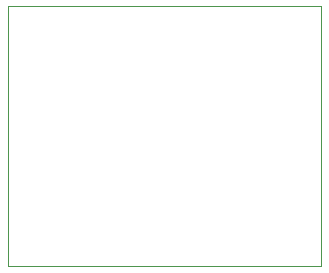
<source format=gbr>
G04 #@! TF.GenerationSoftware,KiCad,Pcbnew,5.1.5-1.fc31*
G04 #@! TF.CreationDate,2020-03-23T21:16:22-07:00*
G04 #@! TF.ProjectId,AdapterBoard,41646170-7465-4724-926f-6172642e6b69,rev?*
G04 #@! TF.SameCoordinates,Original*
G04 #@! TF.FileFunction,Profile,NP*
%FSLAX46Y46*%
G04 Gerber Fmt 4.6, Leading zero omitted, Abs format (unit mm)*
G04 Created by KiCad (PCBNEW 5.1.5-1.fc31) date 2020-03-23 21:16:22*
%MOMM*%
%LPD*%
G04 APERTURE LIST*
%ADD10C,0.050000*%
G04 APERTURE END LIST*
D10*
X133000000Y-69500000D02*
X133000000Y-47500000D01*
X159500000Y-69500000D02*
X133000000Y-69500000D01*
X159500000Y-47500000D02*
X159500000Y-69500000D01*
X133000000Y-47500000D02*
X159500000Y-47500000D01*
M02*

</source>
